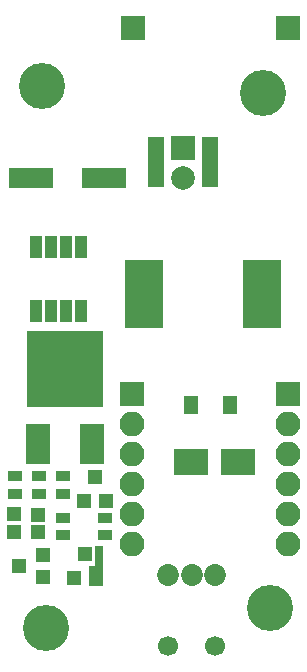
<source format=gts>
%TF.GenerationSoftware,KiCad,Pcbnew,4.0.7*%
%TF.CreationDate,2017-11-25T15:28:15+08:00*%
%TF.ProjectId,nixie_tube,6E697869655F747562652E6B69636164,rev?*%
%TF.FileFunction,Soldermask,Top*%
%FSLAX46Y46*%
G04 Gerber Fmt 4.6, Leading zero omitted, Abs format (unit mm)*
G04 Created by KiCad (PCBNEW 4.0.7) date 11/25/17 15:28:15*
%MOMM*%
%LPD*%
G01*
G04 APERTURE LIST*
%ADD10C,0.100000*%
%ADD11C,1.853000*%
%ADD12C,1.700000*%
%ADD13R,2.000000X2.000000*%
%ADD14C,2.000000*%
%ADD15R,1.400000X4.200000*%
%ADD16R,2.051000X3.448000*%
%ADD17R,6.496000X6.496000*%
%ADD18C,3.900000*%
%ADD19R,3.800000X1.800000*%
%ADD20R,1.000000X1.950000*%
%ADD21R,3.300000X5.800000*%
%ADD22R,1.200000X1.300000*%
%ADD23R,1.300000X1.600000*%
%ADD24R,2.900000X2.200000*%
%ADD25R,2.100000X2.100000*%
%ADD26R,1.150000X1.200000*%
%ADD27R,1.300000X0.900000*%
%ADD28R,1.300000X1.200000*%
%ADD29O,2.100000X2.100000*%
%ADD30R,1.200000X1.700000*%
%ADD31R,0.800000X2.500000*%
G04 APERTURE END LIST*
D10*
D11*
X16130000Y-48310000D03*
X18130000Y-48310000D03*
X14130000Y-48310000D03*
D12*
X14130000Y-54310000D03*
X18130000Y-54310000D03*
D13*
X15400000Y-12175000D03*
D14*
X15400000Y-14675000D03*
D15*
X13150000Y-13300000D03*
X17650000Y-13300000D03*
D16*
X3128000Y-37200000D03*
D17*
X5414000Y-30850000D03*
D16*
X7700000Y-37200000D03*
D18*
X22780000Y-51120000D03*
X3800000Y-52800000D03*
X22200000Y-7500000D03*
X3500000Y-6900000D03*
D19*
X2520000Y-14700000D03*
X8720000Y-14700000D03*
D20*
X2995000Y-25950000D03*
X4265000Y-25950000D03*
X5535000Y-25950000D03*
X6805000Y-25950000D03*
X6805000Y-20550000D03*
X5535000Y-20550000D03*
X4265000Y-20550000D03*
X2995000Y-20550000D03*
D21*
X22080000Y-24500000D03*
X12120000Y-24500000D03*
D22*
X7000000Y-42000000D03*
X8900000Y-42000000D03*
X7950000Y-40000000D03*
D23*
X16050000Y-33900000D03*
X19350000Y-33900000D03*
D24*
X16050000Y-38700000D03*
X20050000Y-38700000D03*
D25*
X11200000Y-2000000D03*
D26*
X3150000Y-44700000D03*
X3150000Y-43200000D03*
X1100000Y-44650000D03*
X1100000Y-43150000D03*
D27*
X1200000Y-39925000D03*
X1200000Y-41425000D03*
X5200000Y-41425000D03*
X5200000Y-39925000D03*
X3200000Y-39925000D03*
X3200000Y-41425000D03*
D28*
X3550000Y-48500000D03*
X3550000Y-46600000D03*
X1550000Y-47550000D03*
D27*
X5200000Y-44950000D03*
X5200000Y-43450000D03*
X8800000Y-43450000D03*
X8800000Y-44950000D03*
D25*
X24250000Y-33000000D03*
D29*
X24250000Y-35540000D03*
X24250000Y-38080000D03*
X24250000Y-40620000D03*
X24250000Y-43160000D03*
X24250000Y-45700000D03*
D25*
X11100000Y-33000000D03*
D29*
X11100000Y-35540000D03*
X11100000Y-38080000D03*
X11100000Y-40620000D03*
X11100000Y-43160000D03*
X11100000Y-45700000D03*
D25*
X24250000Y-2000000D03*
D22*
X6150000Y-48550000D03*
D30*
X8050000Y-48350000D03*
D22*
X7100000Y-46550000D03*
D31*
X8250000Y-47150000D03*
M02*

</source>
